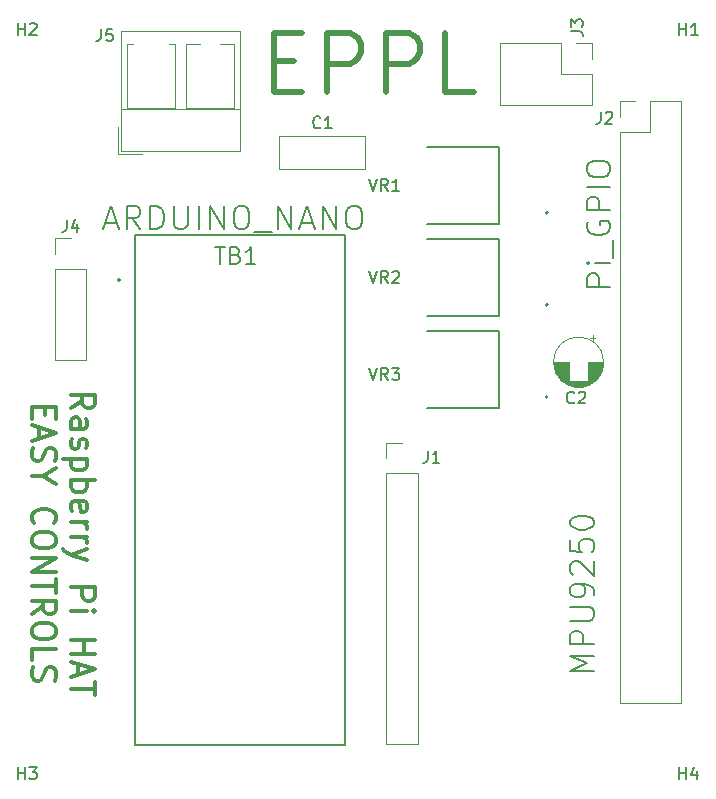
<source format=gbr>
%TF.GenerationSoftware,KiCad,Pcbnew,(5.1.10)-1*%
%TF.CreationDate,2022-04-09T19:23:49-04:00*%
%TF.ProjectId,Pi_HAT,50695f48-4154-42e6-9b69-6361645f7063,rev?*%
%TF.SameCoordinates,Original*%
%TF.FileFunction,Legend,Top*%
%TF.FilePolarity,Positive*%
%FSLAX46Y46*%
G04 Gerber Fmt 4.6, Leading zero omitted, Abs format (unit mm)*
G04 Created by KiCad (PCBNEW (5.1.10)-1) date 2022-04-09 19:23:49*
%MOMM*%
%LPD*%
G01*
G04 APERTURE LIST*
%ADD10C,0.300000*%
%ADD11C,0.500000*%
%ADD12C,0.150000*%
%ADD13C,0.127000*%
%ADD14C,0.200000*%
%ADD15C,0.120000*%
G04 APERTURE END LIST*
D10*
X103245238Y-104071428D02*
X104197619Y-103404761D01*
X103245238Y-102928571D02*
X105245238Y-102928571D01*
X105245238Y-103690476D01*
X105150000Y-103880952D01*
X105054761Y-103976190D01*
X104864285Y-104071428D01*
X104578571Y-104071428D01*
X104388095Y-103976190D01*
X104292857Y-103880952D01*
X104197619Y-103690476D01*
X104197619Y-102928571D01*
X103245238Y-105785714D02*
X104292857Y-105785714D01*
X104483333Y-105690476D01*
X104578571Y-105500000D01*
X104578571Y-105119047D01*
X104483333Y-104928571D01*
X103340476Y-105785714D02*
X103245238Y-105595238D01*
X103245238Y-105119047D01*
X103340476Y-104928571D01*
X103530952Y-104833333D01*
X103721428Y-104833333D01*
X103911904Y-104928571D01*
X104007142Y-105119047D01*
X104007142Y-105595238D01*
X104102380Y-105785714D01*
X103340476Y-106642857D02*
X103245238Y-106833333D01*
X103245238Y-107214285D01*
X103340476Y-107404761D01*
X103530952Y-107500000D01*
X103626190Y-107500000D01*
X103816666Y-107404761D01*
X103911904Y-107214285D01*
X103911904Y-106928571D01*
X104007142Y-106738095D01*
X104197619Y-106642857D01*
X104292857Y-106642857D01*
X104483333Y-106738095D01*
X104578571Y-106928571D01*
X104578571Y-107214285D01*
X104483333Y-107404761D01*
X104578571Y-108357142D02*
X102578571Y-108357142D01*
X104483333Y-108357142D02*
X104578571Y-108547619D01*
X104578571Y-108928571D01*
X104483333Y-109119047D01*
X104388095Y-109214285D01*
X104197619Y-109309523D01*
X103626190Y-109309523D01*
X103435714Y-109214285D01*
X103340476Y-109119047D01*
X103245238Y-108928571D01*
X103245238Y-108547619D01*
X103340476Y-108357142D01*
X103245238Y-110166666D02*
X105245238Y-110166666D01*
X104483333Y-110166666D02*
X104578571Y-110357142D01*
X104578571Y-110738095D01*
X104483333Y-110928571D01*
X104388095Y-111023809D01*
X104197619Y-111119047D01*
X103626190Y-111119047D01*
X103435714Y-111023809D01*
X103340476Y-110928571D01*
X103245238Y-110738095D01*
X103245238Y-110357142D01*
X103340476Y-110166666D01*
X103340476Y-112738095D02*
X103245238Y-112547619D01*
X103245238Y-112166666D01*
X103340476Y-111976190D01*
X103530952Y-111880952D01*
X104292857Y-111880952D01*
X104483333Y-111976190D01*
X104578571Y-112166666D01*
X104578571Y-112547619D01*
X104483333Y-112738095D01*
X104292857Y-112833333D01*
X104102380Y-112833333D01*
X103911904Y-111880952D01*
X103245238Y-113690476D02*
X104578571Y-113690476D01*
X104197619Y-113690476D02*
X104388095Y-113785714D01*
X104483333Y-113880952D01*
X104578571Y-114071428D01*
X104578571Y-114261904D01*
X103245238Y-114928571D02*
X104578571Y-114928571D01*
X104197619Y-114928571D02*
X104388095Y-115023809D01*
X104483333Y-115119047D01*
X104578571Y-115309523D01*
X104578571Y-115500000D01*
X104578571Y-115976190D02*
X103245238Y-116452380D01*
X104578571Y-116928571D02*
X103245238Y-116452380D01*
X102769047Y-116261904D01*
X102673809Y-116166666D01*
X102578571Y-115976190D01*
X103245238Y-119214285D02*
X105245238Y-119214285D01*
X105245238Y-119976190D01*
X105150000Y-120166666D01*
X105054761Y-120261904D01*
X104864285Y-120357142D01*
X104578571Y-120357142D01*
X104388095Y-120261904D01*
X104292857Y-120166666D01*
X104197619Y-119976190D01*
X104197619Y-119214285D01*
X103245238Y-121214285D02*
X104578571Y-121214285D01*
X105245238Y-121214285D02*
X105150000Y-121119047D01*
X105054761Y-121214285D01*
X105150000Y-121309523D01*
X105245238Y-121214285D01*
X105054761Y-121214285D01*
X103245238Y-123690476D02*
X105245238Y-123690476D01*
X104292857Y-123690476D02*
X104292857Y-124833333D01*
X103245238Y-124833333D02*
X105245238Y-124833333D01*
X103816666Y-125690476D02*
X103816666Y-126642857D01*
X103245238Y-125500000D02*
X105245238Y-126166666D01*
X103245238Y-126833333D01*
X105245238Y-127214285D02*
X105245238Y-128357142D01*
X103245238Y-127785714D02*
X105245238Y-127785714D01*
X100992857Y-103976190D02*
X100992857Y-104642857D01*
X99945238Y-104928571D02*
X99945238Y-103976190D01*
X101945238Y-103976190D01*
X101945238Y-104928571D01*
X100516666Y-105690476D02*
X100516666Y-106642857D01*
X99945238Y-105500000D02*
X101945238Y-106166666D01*
X99945238Y-106833333D01*
X100040476Y-107404761D02*
X99945238Y-107690476D01*
X99945238Y-108166666D01*
X100040476Y-108357142D01*
X100135714Y-108452380D01*
X100326190Y-108547619D01*
X100516666Y-108547619D01*
X100707142Y-108452380D01*
X100802380Y-108357142D01*
X100897619Y-108166666D01*
X100992857Y-107785714D01*
X101088095Y-107595238D01*
X101183333Y-107500000D01*
X101373809Y-107404761D01*
X101564285Y-107404761D01*
X101754761Y-107500000D01*
X101850000Y-107595238D01*
X101945238Y-107785714D01*
X101945238Y-108261904D01*
X101850000Y-108547619D01*
X100897619Y-109785714D02*
X99945238Y-109785714D01*
X101945238Y-109119047D02*
X100897619Y-109785714D01*
X101945238Y-110452380D01*
X100135714Y-113785714D02*
X100040476Y-113690476D01*
X99945238Y-113404761D01*
X99945238Y-113214285D01*
X100040476Y-112928571D01*
X100230952Y-112738095D01*
X100421428Y-112642857D01*
X100802380Y-112547619D01*
X101088095Y-112547619D01*
X101469047Y-112642857D01*
X101659523Y-112738095D01*
X101850000Y-112928571D01*
X101945238Y-113214285D01*
X101945238Y-113404761D01*
X101850000Y-113690476D01*
X101754761Y-113785714D01*
X101945238Y-115023809D02*
X101945238Y-115404761D01*
X101850000Y-115595238D01*
X101659523Y-115785714D01*
X101278571Y-115880952D01*
X100611904Y-115880952D01*
X100230952Y-115785714D01*
X100040476Y-115595238D01*
X99945238Y-115404761D01*
X99945238Y-115023809D01*
X100040476Y-114833333D01*
X100230952Y-114642857D01*
X100611904Y-114547619D01*
X101278571Y-114547619D01*
X101659523Y-114642857D01*
X101850000Y-114833333D01*
X101945238Y-115023809D01*
X99945238Y-116738095D02*
X101945238Y-116738095D01*
X99945238Y-117880952D01*
X101945238Y-117880952D01*
X101945238Y-118547619D02*
X101945238Y-119690476D01*
X99945238Y-119119047D02*
X101945238Y-119119047D01*
X99945238Y-121500000D02*
X100897619Y-120833333D01*
X99945238Y-120357142D02*
X101945238Y-120357142D01*
X101945238Y-121119047D01*
X101850000Y-121309523D01*
X101754761Y-121404761D01*
X101564285Y-121500000D01*
X101278571Y-121500000D01*
X101088095Y-121404761D01*
X100992857Y-121309523D01*
X100897619Y-121119047D01*
X100897619Y-120357142D01*
X101945238Y-122738095D02*
X101945238Y-123119047D01*
X101850000Y-123309523D01*
X101659523Y-123500000D01*
X101278571Y-123595238D01*
X100611904Y-123595238D01*
X100230952Y-123500000D01*
X100040476Y-123309523D01*
X99945238Y-123119047D01*
X99945238Y-122738095D01*
X100040476Y-122547619D01*
X100230952Y-122357142D01*
X100611904Y-122261904D01*
X101278571Y-122261904D01*
X101659523Y-122357142D01*
X101850000Y-122547619D01*
X101945238Y-122738095D01*
X99945238Y-125404761D02*
X99945238Y-124452380D01*
X101945238Y-124452380D01*
X100040476Y-125976190D02*
X99945238Y-126261904D01*
X99945238Y-126738095D01*
X100040476Y-126928571D01*
X100135714Y-127023809D01*
X100326190Y-127119047D01*
X100516666Y-127119047D01*
X100707142Y-127023809D01*
X100802380Y-126928571D01*
X100897619Y-126738095D01*
X100992857Y-126357142D01*
X101088095Y-126166666D01*
X101183333Y-126071428D01*
X101373809Y-125976190D01*
X101564285Y-125976190D01*
X101754761Y-126071428D01*
X101850000Y-126166666D01*
X101945238Y-126357142D01*
X101945238Y-126833333D01*
X101850000Y-127119047D01*
D11*
X120404761Y-74642857D02*
X122071428Y-74642857D01*
X122785714Y-77261904D02*
X120404761Y-77261904D01*
X120404761Y-72261904D01*
X122785714Y-72261904D01*
X124928571Y-77261904D02*
X124928571Y-72261904D01*
X126833333Y-72261904D01*
X127309523Y-72500000D01*
X127547619Y-72738095D01*
X127785714Y-73214285D01*
X127785714Y-73928571D01*
X127547619Y-74404761D01*
X127309523Y-74642857D01*
X126833333Y-74880952D01*
X124928571Y-74880952D01*
X129928571Y-77261904D02*
X129928571Y-72261904D01*
X131833333Y-72261904D01*
X132309523Y-72500000D01*
X132547619Y-72738095D01*
X132785714Y-73214285D01*
X132785714Y-73928571D01*
X132547619Y-74404761D01*
X132309523Y-74642857D01*
X131833333Y-74880952D01*
X129928571Y-74880952D01*
X137309523Y-77261904D02*
X134928571Y-77261904D01*
X134928571Y-72261904D01*
D12*
X147504761Y-126323809D02*
X145504761Y-126323809D01*
X146933333Y-125657142D01*
X145504761Y-124990476D01*
X147504761Y-124990476D01*
X147504761Y-124038095D02*
X145504761Y-124038095D01*
X145504761Y-123276190D01*
X145600000Y-123085714D01*
X145695238Y-122990476D01*
X145885714Y-122895238D01*
X146171428Y-122895238D01*
X146361904Y-122990476D01*
X146457142Y-123085714D01*
X146552380Y-123276190D01*
X146552380Y-124038095D01*
X145504761Y-122038095D02*
X147123809Y-122038095D01*
X147314285Y-121942857D01*
X147409523Y-121847619D01*
X147504761Y-121657142D01*
X147504761Y-121276190D01*
X147409523Y-121085714D01*
X147314285Y-120990476D01*
X147123809Y-120895238D01*
X145504761Y-120895238D01*
X147504761Y-119847619D02*
X147504761Y-119466666D01*
X147409523Y-119276190D01*
X147314285Y-119180952D01*
X147028571Y-118990476D01*
X146647619Y-118895238D01*
X145885714Y-118895238D01*
X145695238Y-118990476D01*
X145600000Y-119085714D01*
X145504761Y-119276190D01*
X145504761Y-119657142D01*
X145600000Y-119847619D01*
X145695238Y-119942857D01*
X145885714Y-120038095D01*
X146361904Y-120038095D01*
X146552380Y-119942857D01*
X146647619Y-119847619D01*
X146742857Y-119657142D01*
X146742857Y-119276190D01*
X146647619Y-119085714D01*
X146552380Y-118990476D01*
X146361904Y-118895238D01*
X145695238Y-118133333D02*
X145600000Y-118038095D01*
X145504761Y-117847619D01*
X145504761Y-117371428D01*
X145600000Y-117180952D01*
X145695238Y-117085714D01*
X145885714Y-116990476D01*
X146076190Y-116990476D01*
X146361904Y-117085714D01*
X147504761Y-118228571D01*
X147504761Y-116990476D01*
X145504761Y-115180952D02*
X145504761Y-116133333D01*
X146457142Y-116228571D01*
X146361904Y-116133333D01*
X146266666Y-115942857D01*
X146266666Y-115466666D01*
X146361904Y-115276190D01*
X146457142Y-115180952D01*
X146647619Y-115085714D01*
X147123809Y-115085714D01*
X147314285Y-115180952D01*
X147409523Y-115276190D01*
X147504761Y-115466666D01*
X147504761Y-115942857D01*
X147409523Y-116133333D01*
X147314285Y-116228571D01*
X145504761Y-113847619D02*
X145504761Y-113657142D01*
X145600000Y-113466666D01*
X145695238Y-113371428D01*
X145885714Y-113276190D01*
X146266666Y-113180952D01*
X146742857Y-113180952D01*
X147123809Y-113276190D01*
X147314285Y-113371428D01*
X147409523Y-113466666D01*
X147504761Y-113657142D01*
X147504761Y-113847619D01*
X147409523Y-114038095D01*
X147314285Y-114133333D01*
X147123809Y-114228571D01*
X146742857Y-114323809D01*
X146266666Y-114323809D01*
X145885714Y-114228571D01*
X145695238Y-114133333D01*
X145600000Y-114038095D01*
X145504761Y-113847619D01*
D13*
%TO.C,VR3*%
X133357000Y-104070000D02*
X139458000Y-104070000D01*
X139458000Y-104070000D02*
X139458000Y-97530000D01*
X139458000Y-97530000D02*
X133357000Y-97530000D01*
D14*
X143605000Y-103100000D02*
G75*
G03*
X143605000Y-103100000I-100000J0D01*
G01*
D13*
%TO.C,VR2*%
X133357000Y-96270000D02*
X139458000Y-96270000D01*
X139458000Y-96270000D02*
X139458000Y-89730000D01*
X139458000Y-89730000D02*
X133357000Y-89730000D01*
D14*
X143605000Y-95300000D02*
G75*
G03*
X143605000Y-95300000I-100000J0D01*
G01*
D13*
%TO.C,VR1*%
X133357000Y-88470000D02*
X139458000Y-88470000D01*
X139458000Y-88470000D02*
X139458000Y-81930000D01*
X139458000Y-81930000D02*
X133357000Y-81930000D01*
D14*
X143605000Y-87500000D02*
G75*
G03*
X143605000Y-87500000I-100000J0D01*
G01*
D15*
%TO.C,J5*%
X107440000Y-78700000D02*
X117560000Y-78700000D01*
X107440000Y-72140000D02*
X117560000Y-72140000D01*
X107440000Y-82260000D02*
X117560000Y-82260000D01*
X107440000Y-72140000D02*
X107440000Y-82260000D01*
X117560000Y-72140000D02*
X117560000Y-82260000D01*
X107950000Y-73200000D02*
X108510000Y-73200000D01*
X111490000Y-73200000D02*
X112050000Y-73200000D01*
X107950000Y-78600000D02*
X112050000Y-78600000D01*
X107950000Y-73200000D02*
X107950000Y-78600000D01*
X112050000Y-73200000D02*
X112050000Y-78600000D01*
X112950000Y-73200000D02*
X114117000Y-73200000D01*
X115884000Y-73200000D02*
X117050000Y-73200000D01*
X112950000Y-78600000D02*
X117050000Y-78600000D01*
X112950000Y-73200000D02*
X112950000Y-78600000D01*
X117050000Y-73200000D02*
X117050000Y-78600000D01*
X107200000Y-80260000D02*
X107200000Y-82500000D01*
X107200000Y-82500000D02*
X109200000Y-82500000D01*
%TO.C,J4*%
X101870000Y-99950000D02*
X104530000Y-99950000D01*
X101870000Y-92270000D02*
X101870000Y-99950000D01*
X104530000Y-92270000D02*
X104530000Y-99950000D01*
X101870000Y-92270000D02*
X104530000Y-92270000D01*
X101870000Y-91000000D02*
X101870000Y-89670000D01*
X101870000Y-89670000D02*
X103200000Y-89670000D01*
%TO.C,C2*%
X148320000Y-100150000D02*
G75*
G03*
X148320000Y-100150000I-2120000J0D01*
G01*
X145360000Y-100150000D02*
X144120000Y-100150000D01*
X148280000Y-100150000D02*
X147040000Y-100150000D01*
X145360000Y-100190000D02*
X144120000Y-100190000D01*
X148280000Y-100190000D02*
X147040000Y-100190000D01*
X145360000Y-100230000D02*
X144121000Y-100230000D01*
X148279000Y-100230000D02*
X147040000Y-100230000D01*
X148277000Y-100270000D02*
X147040000Y-100270000D01*
X145360000Y-100270000D02*
X144123000Y-100270000D01*
X148274000Y-100310000D02*
X147040000Y-100310000D01*
X145360000Y-100310000D02*
X144126000Y-100310000D01*
X148271000Y-100350000D02*
X147040000Y-100350000D01*
X145360000Y-100350000D02*
X144129000Y-100350000D01*
X148267000Y-100390000D02*
X147040000Y-100390000D01*
X145360000Y-100390000D02*
X144133000Y-100390000D01*
X148262000Y-100430000D02*
X147040000Y-100430000D01*
X145360000Y-100430000D02*
X144138000Y-100430000D01*
X148256000Y-100470000D02*
X147040000Y-100470000D01*
X145360000Y-100470000D02*
X144144000Y-100470000D01*
X148250000Y-100510000D02*
X147040000Y-100510000D01*
X145360000Y-100510000D02*
X144150000Y-100510000D01*
X148242000Y-100550000D02*
X147040000Y-100550000D01*
X145360000Y-100550000D02*
X144158000Y-100550000D01*
X148234000Y-100590000D02*
X147040000Y-100590000D01*
X145360000Y-100590000D02*
X144166000Y-100590000D01*
X148225000Y-100630000D02*
X147040000Y-100630000D01*
X145360000Y-100630000D02*
X144175000Y-100630000D01*
X148216000Y-100670000D02*
X147040000Y-100670000D01*
X145360000Y-100670000D02*
X144184000Y-100670000D01*
X148205000Y-100710000D02*
X147040000Y-100710000D01*
X145360000Y-100710000D02*
X144195000Y-100710000D01*
X148194000Y-100750000D02*
X147040000Y-100750000D01*
X145360000Y-100750000D02*
X144206000Y-100750000D01*
X148182000Y-100790000D02*
X147040000Y-100790000D01*
X145360000Y-100790000D02*
X144218000Y-100790000D01*
X148168000Y-100830000D02*
X147040000Y-100830000D01*
X145360000Y-100830000D02*
X144232000Y-100830000D01*
X148154000Y-100871000D02*
X147040000Y-100871000D01*
X145360000Y-100871000D02*
X144246000Y-100871000D01*
X148140000Y-100911000D02*
X147040000Y-100911000D01*
X145360000Y-100911000D02*
X144260000Y-100911000D01*
X148124000Y-100951000D02*
X147040000Y-100951000D01*
X145360000Y-100951000D02*
X144276000Y-100951000D01*
X148107000Y-100991000D02*
X147040000Y-100991000D01*
X145360000Y-100991000D02*
X144293000Y-100991000D01*
X148089000Y-101031000D02*
X147040000Y-101031000D01*
X145360000Y-101031000D02*
X144311000Y-101031000D01*
X148070000Y-101071000D02*
X147040000Y-101071000D01*
X145360000Y-101071000D02*
X144330000Y-101071000D01*
X148051000Y-101111000D02*
X147040000Y-101111000D01*
X145360000Y-101111000D02*
X144349000Y-101111000D01*
X148030000Y-101151000D02*
X147040000Y-101151000D01*
X145360000Y-101151000D02*
X144370000Y-101151000D01*
X148008000Y-101191000D02*
X147040000Y-101191000D01*
X145360000Y-101191000D02*
X144392000Y-101191000D01*
X147985000Y-101231000D02*
X147040000Y-101231000D01*
X145360000Y-101231000D02*
X144415000Y-101231000D01*
X147960000Y-101271000D02*
X147040000Y-101271000D01*
X145360000Y-101271000D02*
X144440000Y-101271000D01*
X147935000Y-101311000D02*
X147040000Y-101311000D01*
X145360000Y-101311000D02*
X144465000Y-101311000D01*
X147908000Y-101351000D02*
X147040000Y-101351000D01*
X145360000Y-101351000D02*
X144492000Y-101351000D01*
X147880000Y-101391000D02*
X147040000Y-101391000D01*
X145360000Y-101391000D02*
X144520000Y-101391000D01*
X147850000Y-101431000D02*
X147040000Y-101431000D01*
X145360000Y-101431000D02*
X144550000Y-101431000D01*
X147819000Y-101471000D02*
X147040000Y-101471000D01*
X145360000Y-101471000D02*
X144581000Y-101471000D01*
X147787000Y-101511000D02*
X147040000Y-101511000D01*
X145360000Y-101511000D02*
X144613000Y-101511000D01*
X147752000Y-101551000D02*
X147040000Y-101551000D01*
X145360000Y-101551000D02*
X144648000Y-101551000D01*
X147716000Y-101591000D02*
X147040000Y-101591000D01*
X145360000Y-101591000D02*
X144684000Y-101591000D01*
X147678000Y-101631000D02*
X147040000Y-101631000D01*
X145360000Y-101631000D02*
X144722000Y-101631000D01*
X147638000Y-101671000D02*
X147040000Y-101671000D01*
X145360000Y-101671000D02*
X144762000Y-101671000D01*
X147596000Y-101711000D02*
X147040000Y-101711000D01*
X145360000Y-101711000D02*
X144804000Y-101711000D01*
X147551000Y-101751000D02*
X144849000Y-101751000D01*
X147504000Y-101791000D02*
X144896000Y-101791000D01*
X147454000Y-101831000D02*
X144946000Y-101831000D01*
X147400000Y-101871000D02*
X145000000Y-101871000D01*
X147342000Y-101911000D02*
X145058000Y-101911000D01*
X147280000Y-101951000D02*
X145120000Y-101951000D01*
X147213000Y-101991000D02*
X145187000Y-101991000D01*
X147140000Y-102031000D02*
X145260000Y-102031000D01*
X147059000Y-102071000D02*
X145341000Y-102071000D01*
X146968000Y-102111000D02*
X145432000Y-102111000D01*
X146864000Y-102151000D02*
X145536000Y-102151000D01*
X146737000Y-102191000D02*
X145663000Y-102191000D01*
X146570000Y-102231000D02*
X145830000Y-102231000D01*
X147395000Y-97880199D02*
X147395000Y-98280199D01*
X147595000Y-98080199D02*
X147195000Y-98080199D01*
%TO.C,C1*%
X120880000Y-81030000D02*
X128120000Y-81030000D01*
X120880000Y-83770000D02*
X128120000Y-83770000D01*
X120880000Y-81030000D02*
X120880000Y-83770000D01*
X128120000Y-81030000D02*
X128120000Y-83770000D01*
D14*
%TO.C,TB1*%
X107400000Y-93200000D02*
G75*
G03*
X107400000Y-93200000I-100000J0D01*
G01*
D13*
X108610000Y-89410000D02*
X126390000Y-89410000D01*
X126390000Y-89410000D02*
X126390000Y-132590000D01*
X126390000Y-132590000D02*
X108610000Y-132590000D01*
X108610000Y-132590000D02*
X108610000Y-89410000D01*
D15*
%TO.C,J3*%
X139590000Y-73170000D02*
X139590000Y-78370000D01*
X144730000Y-73170000D02*
X139590000Y-73170000D01*
X147330000Y-78370000D02*
X139590000Y-78370000D01*
X144730000Y-73170000D02*
X144730000Y-75770000D01*
X144730000Y-75770000D02*
X147330000Y-75770000D01*
X147330000Y-75770000D02*
X147330000Y-78370000D01*
X146000000Y-73170000D02*
X147330000Y-73170000D01*
X147330000Y-73170000D02*
X147330000Y-74500000D01*
%TO.C,J2*%
X149670000Y-128990000D02*
X154870000Y-128990000D01*
X149670000Y-80670000D02*
X149670000Y-128990000D01*
X154870000Y-78070000D02*
X154870000Y-128990000D01*
X149670000Y-80670000D02*
X152270000Y-80670000D01*
X152270000Y-80670000D02*
X152270000Y-78070000D01*
X152270000Y-78070000D02*
X154870000Y-78070000D01*
X149670000Y-79400000D02*
X149670000Y-78070000D01*
X149670000Y-78070000D02*
X151000000Y-78070000D01*
%TO.C,J1*%
X129920000Y-132490000D02*
X132580000Y-132490000D01*
X129920000Y-109570000D02*
X129920000Y-132490000D01*
X132580000Y-109570000D02*
X132580000Y-132490000D01*
X129920000Y-109570000D02*
X132580000Y-109570000D01*
X129920000Y-108300000D02*
X129920000Y-106970000D01*
X129920000Y-106970000D02*
X131250000Y-106970000D01*
%TO.C,VR3*%
D12*
X128490476Y-100652380D02*
X128823809Y-101652380D01*
X129157142Y-100652380D01*
X130061904Y-101652380D02*
X129728571Y-101176190D01*
X129490476Y-101652380D02*
X129490476Y-100652380D01*
X129871428Y-100652380D01*
X129966666Y-100700000D01*
X130014285Y-100747619D01*
X130061904Y-100842857D01*
X130061904Y-100985714D01*
X130014285Y-101080952D01*
X129966666Y-101128571D01*
X129871428Y-101176190D01*
X129490476Y-101176190D01*
X130395238Y-100652380D02*
X131014285Y-100652380D01*
X130680952Y-101033333D01*
X130823809Y-101033333D01*
X130919047Y-101080952D01*
X130966666Y-101128571D01*
X131014285Y-101223809D01*
X131014285Y-101461904D01*
X130966666Y-101557142D01*
X130919047Y-101604761D01*
X130823809Y-101652380D01*
X130538095Y-101652380D01*
X130442857Y-101604761D01*
X130395238Y-101557142D01*
%TO.C,VR2*%
X128490476Y-92452380D02*
X128823809Y-93452380D01*
X129157142Y-92452380D01*
X130061904Y-93452380D02*
X129728571Y-92976190D01*
X129490476Y-93452380D02*
X129490476Y-92452380D01*
X129871428Y-92452380D01*
X129966666Y-92500000D01*
X130014285Y-92547619D01*
X130061904Y-92642857D01*
X130061904Y-92785714D01*
X130014285Y-92880952D01*
X129966666Y-92928571D01*
X129871428Y-92976190D01*
X129490476Y-92976190D01*
X130442857Y-92547619D02*
X130490476Y-92500000D01*
X130585714Y-92452380D01*
X130823809Y-92452380D01*
X130919047Y-92500000D01*
X130966666Y-92547619D01*
X131014285Y-92642857D01*
X131014285Y-92738095D01*
X130966666Y-92880952D01*
X130395238Y-93452380D01*
X131014285Y-93452380D01*
%TO.C,VR1*%
X128490476Y-84652380D02*
X128823809Y-85652380D01*
X129157142Y-84652380D01*
X130061904Y-85652380D02*
X129728571Y-85176190D01*
X129490476Y-85652380D02*
X129490476Y-84652380D01*
X129871428Y-84652380D01*
X129966666Y-84700000D01*
X130014285Y-84747619D01*
X130061904Y-84842857D01*
X130061904Y-84985714D01*
X130014285Y-85080952D01*
X129966666Y-85128571D01*
X129871428Y-85176190D01*
X129490476Y-85176190D01*
X131014285Y-85652380D02*
X130442857Y-85652380D01*
X130728571Y-85652380D02*
X130728571Y-84652380D01*
X130633333Y-84795238D01*
X130538095Y-84890476D01*
X130442857Y-84938095D01*
%TO.C,J5*%
X105766666Y-71952380D02*
X105766666Y-72666666D01*
X105719047Y-72809523D01*
X105623809Y-72904761D01*
X105480952Y-72952380D01*
X105385714Y-72952380D01*
X106719047Y-71952380D02*
X106242857Y-71952380D01*
X106195238Y-72428571D01*
X106242857Y-72380952D01*
X106338095Y-72333333D01*
X106576190Y-72333333D01*
X106671428Y-72380952D01*
X106719047Y-72428571D01*
X106766666Y-72523809D01*
X106766666Y-72761904D01*
X106719047Y-72857142D01*
X106671428Y-72904761D01*
X106576190Y-72952380D01*
X106338095Y-72952380D01*
X106242857Y-72904761D01*
X106195238Y-72857142D01*
%TO.C,J4*%
X102866666Y-88122380D02*
X102866666Y-88836666D01*
X102819047Y-88979523D01*
X102723809Y-89074761D01*
X102580952Y-89122380D01*
X102485714Y-89122380D01*
X103771428Y-88455714D02*
X103771428Y-89122380D01*
X103533333Y-88074761D02*
X103295238Y-88789047D01*
X103914285Y-88789047D01*
%TO.C,C2*%
X145833333Y-103557142D02*
X145785714Y-103604761D01*
X145642857Y-103652380D01*
X145547619Y-103652380D01*
X145404761Y-103604761D01*
X145309523Y-103509523D01*
X145261904Y-103414285D01*
X145214285Y-103223809D01*
X145214285Y-103080952D01*
X145261904Y-102890476D01*
X145309523Y-102795238D01*
X145404761Y-102700000D01*
X145547619Y-102652380D01*
X145642857Y-102652380D01*
X145785714Y-102700000D01*
X145833333Y-102747619D01*
X146214285Y-102747619D02*
X146261904Y-102700000D01*
X146357142Y-102652380D01*
X146595238Y-102652380D01*
X146690476Y-102700000D01*
X146738095Y-102747619D01*
X146785714Y-102842857D01*
X146785714Y-102938095D01*
X146738095Y-103080952D01*
X146166666Y-103652380D01*
X146785714Y-103652380D01*
%TO.C,C1*%
X124333333Y-80257142D02*
X124285714Y-80304761D01*
X124142857Y-80352380D01*
X124047619Y-80352380D01*
X123904761Y-80304761D01*
X123809523Y-80209523D01*
X123761904Y-80114285D01*
X123714285Y-79923809D01*
X123714285Y-79780952D01*
X123761904Y-79590476D01*
X123809523Y-79495238D01*
X123904761Y-79400000D01*
X124047619Y-79352380D01*
X124142857Y-79352380D01*
X124285714Y-79400000D01*
X124333333Y-79447619D01*
X125285714Y-80352380D02*
X124714285Y-80352380D01*
X125000000Y-80352380D02*
X125000000Y-79352380D01*
X124904761Y-79495238D01*
X124809523Y-79590476D01*
X124714285Y-79638095D01*
%TO.C,H4*%
X154738095Y-135452380D02*
X154738095Y-134452380D01*
X154738095Y-134928571D02*
X155309523Y-134928571D01*
X155309523Y-135452380D02*
X155309523Y-134452380D01*
X156214285Y-134785714D02*
X156214285Y-135452380D01*
X155976190Y-134404761D02*
X155738095Y-135119047D01*
X156357142Y-135119047D01*
%TO.C,H3*%
X98738095Y-135452380D02*
X98738095Y-134452380D01*
X98738095Y-134928571D02*
X99309523Y-134928571D01*
X99309523Y-135452380D02*
X99309523Y-134452380D01*
X99690476Y-134452380D02*
X100309523Y-134452380D01*
X99976190Y-134833333D01*
X100119047Y-134833333D01*
X100214285Y-134880952D01*
X100261904Y-134928571D01*
X100309523Y-135023809D01*
X100309523Y-135261904D01*
X100261904Y-135357142D01*
X100214285Y-135404761D01*
X100119047Y-135452380D01*
X99833333Y-135452380D01*
X99738095Y-135404761D01*
X99690476Y-135357142D01*
%TO.C,H2*%
X98738095Y-72452380D02*
X98738095Y-71452380D01*
X98738095Y-71928571D02*
X99309523Y-71928571D01*
X99309523Y-72452380D02*
X99309523Y-71452380D01*
X99738095Y-71547619D02*
X99785714Y-71500000D01*
X99880952Y-71452380D01*
X100119047Y-71452380D01*
X100214285Y-71500000D01*
X100261904Y-71547619D01*
X100309523Y-71642857D01*
X100309523Y-71738095D01*
X100261904Y-71880952D01*
X99690476Y-72452380D01*
X100309523Y-72452380D01*
%TO.C,H1*%
X154738095Y-72452380D02*
X154738095Y-71452380D01*
X154738095Y-71928571D02*
X155309523Y-71928571D01*
X155309523Y-72452380D02*
X155309523Y-71452380D01*
X156309523Y-72452380D02*
X155738095Y-72452380D01*
X156023809Y-72452380D02*
X156023809Y-71452380D01*
X155928571Y-71595238D01*
X155833333Y-71690476D01*
X155738095Y-71738095D01*
%TO.C,TB1*%
X115433333Y-90433333D02*
X116233333Y-90433333D01*
X115833333Y-91833333D02*
X115833333Y-90433333D01*
X117166666Y-91100000D02*
X117366666Y-91166666D01*
X117433333Y-91233333D01*
X117500000Y-91366666D01*
X117500000Y-91566666D01*
X117433333Y-91700000D01*
X117366666Y-91766666D01*
X117233333Y-91833333D01*
X116700000Y-91833333D01*
X116700000Y-90433333D01*
X117166666Y-90433333D01*
X117300000Y-90500000D01*
X117366666Y-90566666D01*
X117433333Y-90700000D01*
X117433333Y-90833333D01*
X117366666Y-90966666D01*
X117300000Y-91033333D01*
X117166666Y-91100000D01*
X116700000Y-91100000D01*
X118833333Y-91833333D02*
X118033333Y-91833333D01*
X118433333Y-91833333D02*
X118433333Y-90433333D01*
X118300000Y-90633333D01*
X118166666Y-90766666D01*
X118033333Y-90833333D01*
X106142857Y-88333333D02*
X107095238Y-88333333D01*
X105952380Y-88904761D02*
X106619047Y-86904761D01*
X107285714Y-88904761D01*
X109095238Y-88904761D02*
X108428571Y-87952380D01*
X107952380Y-88904761D02*
X107952380Y-86904761D01*
X108714285Y-86904761D01*
X108904761Y-87000000D01*
X109000000Y-87095238D01*
X109095238Y-87285714D01*
X109095238Y-87571428D01*
X109000000Y-87761904D01*
X108904761Y-87857142D01*
X108714285Y-87952380D01*
X107952380Y-87952380D01*
X109952380Y-88904761D02*
X109952380Y-86904761D01*
X110428571Y-86904761D01*
X110714285Y-87000000D01*
X110904761Y-87190476D01*
X111000000Y-87380952D01*
X111095238Y-87761904D01*
X111095238Y-88047619D01*
X111000000Y-88428571D01*
X110904761Y-88619047D01*
X110714285Y-88809523D01*
X110428571Y-88904761D01*
X109952380Y-88904761D01*
X111952380Y-86904761D02*
X111952380Y-88523809D01*
X112047619Y-88714285D01*
X112142857Y-88809523D01*
X112333333Y-88904761D01*
X112714285Y-88904761D01*
X112904761Y-88809523D01*
X113000000Y-88714285D01*
X113095238Y-88523809D01*
X113095238Y-86904761D01*
X114047619Y-88904761D02*
X114047619Y-86904761D01*
X115000000Y-88904761D02*
X115000000Y-86904761D01*
X116142857Y-88904761D01*
X116142857Y-86904761D01*
X117476190Y-86904761D02*
X117857142Y-86904761D01*
X118047619Y-87000000D01*
X118238095Y-87190476D01*
X118333333Y-87571428D01*
X118333333Y-88238095D01*
X118238095Y-88619047D01*
X118047619Y-88809523D01*
X117857142Y-88904761D01*
X117476190Y-88904761D01*
X117285714Y-88809523D01*
X117095238Y-88619047D01*
X117000000Y-88238095D01*
X117000000Y-87571428D01*
X117095238Y-87190476D01*
X117285714Y-87000000D01*
X117476190Y-86904761D01*
X118714285Y-89095238D02*
X120238095Y-89095238D01*
X120714285Y-88904761D02*
X120714285Y-86904761D01*
X121857142Y-88904761D01*
X121857142Y-86904761D01*
X122714285Y-88333333D02*
X123666666Y-88333333D01*
X122523809Y-88904761D02*
X123190476Y-86904761D01*
X123857142Y-88904761D01*
X124523809Y-88904761D02*
X124523809Y-86904761D01*
X125666666Y-88904761D01*
X125666666Y-86904761D01*
X127000000Y-86904761D02*
X127380952Y-86904761D01*
X127571428Y-87000000D01*
X127761904Y-87190476D01*
X127857142Y-87571428D01*
X127857142Y-88238095D01*
X127761904Y-88619047D01*
X127571428Y-88809523D01*
X127380952Y-88904761D01*
X127000000Y-88904761D01*
X126809523Y-88809523D01*
X126619047Y-88619047D01*
X126523809Y-88238095D01*
X126523809Y-87571428D01*
X126619047Y-87190476D01*
X126809523Y-87000000D01*
X127000000Y-86904761D01*
%TO.C,J3*%
X145552380Y-72133333D02*
X146266666Y-72133333D01*
X146409523Y-72180952D01*
X146504761Y-72276190D01*
X146552380Y-72419047D01*
X146552380Y-72514285D01*
X145552380Y-71752380D02*
X145552380Y-71133333D01*
X145933333Y-71466666D01*
X145933333Y-71323809D01*
X145980952Y-71228571D01*
X146028571Y-71180952D01*
X146123809Y-71133333D01*
X146361904Y-71133333D01*
X146457142Y-71180952D01*
X146504761Y-71228571D01*
X146552380Y-71323809D01*
X146552380Y-71609523D01*
X146504761Y-71704761D01*
X146457142Y-71752380D01*
%TO.C,J2*%
X148066666Y-78952380D02*
X148066666Y-79666666D01*
X148019047Y-79809523D01*
X147923809Y-79904761D01*
X147780952Y-79952380D01*
X147685714Y-79952380D01*
X148495238Y-79047619D02*
X148542857Y-79000000D01*
X148638095Y-78952380D01*
X148876190Y-78952380D01*
X148971428Y-79000000D01*
X149019047Y-79047619D01*
X149066666Y-79142857D01*
X149066666Y-79238095D01*
X149019047Y-79380952D01*
X148447619Y-79952380D01*
X149066666Y-79952380D01*
X148904761Y-93785714D02*
X146904761Y-93785714D01*
X146904761Y-93023809D01*
X147000000Y-92833333D01*
X147095238Y-92738095D01*
X147285714Y-92642857D01*
X147571428Y-92642857D01*
X147761904Y-92738095D01*
X147857142Y-92833333D01*
X147952380Y-93023809D01*
X147952380Y-93785714D01*
X148904761Y-91785714D02*
X147571428Y-91785714D01*
X146904761Y-91785714D02*
X147000000Y-91880952D01*
X147095238Y-91785714D01*
X147000000Y-91690476D01*
X146904761Y-91785714D01*
X147095238Y-91785714D01*
X149095238Y-91309523D02*
X149095238Y-89785714D01*
X147000000Y-88261904D02*
X146904761Y-88452380D01*
X146904761Y-88738095D01*
X147000000Y-89023809D01*
X147190476Y-89214285D01*
X147380952Y-89309523D01*
X147761904Y-89404761D01*
X148047619Y-89404761D01*
X148428571Y-89309523D01*
X148619047Y-89214285D01*
X148809523Y-89023809D01*
X148904761Y-88738095D01*
X148904761Y-88547619D01*
X148809523Y-88261904D01*
X148714285Y-88166666D01*
X148047619Y-88166666D01*
X148047619Y-88547619D01*
X148904761Y-87309523D02*
X146904761Y-87309523D01*
X146904761Y-86547619D01*
X147000000Y-86357142D01*
X147095238Y-86261904D01*
X147285714Y-86166666D01*
X147571428Y-86166666D01*
X147761904Y-86261904D01*
X147857142Y-86357142D01*
X147952380Y-86547619D01*
X147952380Y-87309523D01*
X148904761Y-85309523D02*
X146904761Y-85309523D01*
X146904761Y-83976190D02*
X146904761Y-83595238D01*
X147000000Y-83404761D01*
X147190476Y-83214285D01*
X147571428Y-83119047D01*
X148238095Y-83119047D01*
X148619047Y-83214285D01*
X148809523Y-83404761D01*
X148904761Y-83595238D01*
X148904761Y-83976190D01*
X148809523Y-84166666D01*
X148619047Y-84357142D01*
X148238095Y-84452380D01*
X147571428Y-84452380D01*
X147190476Y-84357142D01*
X147000000Y-84166666D01*
X146904761Y-83976190D01*
%TO.C,J1*%
X133416666Y-107652380D02*
X133416666Y-108366666D01*
X133369047Y-108509523D01*
X133273809Y-108604761D01*
X133130952Y-108652380D01*
X133035714Y-108652380D01*
X134416666Y-108652380D02*
X133845238Y-108652380D01*
X134130952Y-108652380D02*
X134130952Y-107652380D01*
X134035714Y-107795238D01*
X133940476Y-107890476D01*
X133845238Y-107938095D01*
%TD*%
M02*

</source>
